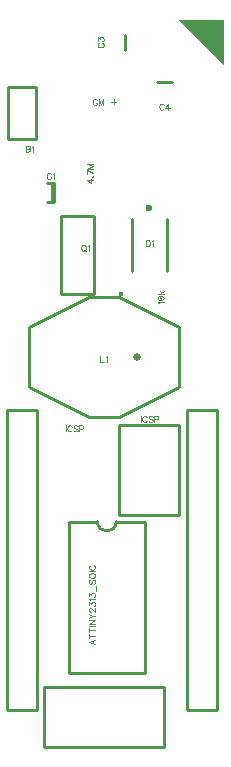
<source format=gbr>
G04 DipTrace 2.4.0.1*
%INTopSilk.gbr*%
%MOIN*%
%ADD10C,0.0098*%
%ADD12C,0.003*%
%ADD15C,0.025*%
%ADD17C,0.0236*%
%ADD20C,0.0154*%
%FSLAX44Y44*%
G04*
G70*
G90*
G75*
G01*
%LNTopSilk*%
%LPD*%
X5807Y22880D2*
D10*
Y22250D1*
X5882Y22880D2*
Y22250D1*
Y22880D2*
X5646D1*
X5882Y22250D2*
X5646D1*
X9636Y21663D2*
Y19931D1*
X8494Y21663D2*
Y19931D1*
D17*
X9065Y22057D3*
D15*
X8665Y17065D3*
X10040D2*
D10*
Y16065D1*
X8040Y15065D1*
X7040D1*
X5040Y16065D1*
Y18065D1*
X7040Y19065D1*
X8040D1*
X10040Y18065D1*
Y17065D1*
D20*
X8117Y19182D3*
X7224Y19171D2*
D10*
Y21770D1*
X6122Y19171D2*
Y21770D1*
X7224D2*
X6122D1*
X7224Y19171D2*
X6122D1*
X5287Y24343D2*
X4343D1*
Y26075D1*
X5287D1*
Y24343D1*
X8233Y27821D2*
Y27309D1*
X9309Y26229D2*
X9821D1*
X9565Y6065D2*
X5565D1*
X9565Y4065D2*
X5565D1*
X9565Y6065D2*
Y4065D1*
X5565Y6065D2*
Y4065D1*
X8065Y13732D2*
Y11815D1*
Y14815D2*
Y11815D1*
X10065Y14815D2*
Y11815D1*
X8065Y14815D2*
X10065D1*
X8065Y11815D2*
X10065D1*
X4315Y5315D2*
X5315D1*
X4315Y15315D2*
Y5315D1*
Y15315D2*
X5315D1*
Y14565D1*
Y5315D1*
X11315Y15315D2*
X10315D1*
X11315Y5315D2*
Y15315D1*
Y5315D2*
X10315D1*
Y6065D1*
Y15315D1*
X6385Y11584D2*
Y6546D1*
X8905Y11584D2*
Y6546D1*
X6385D2*
X8905D1*
X6385Y11584D2*
X7330D1*
X7960D2*
X8905D1*
X7330D2*
G03X7960Y11584I315J1D01*
G01*
G36*
X11565Y28315D2*
Y26815D1*
X10065Y28315D1*
X11565D1*
G37*
X5781Y23164D2*
D12*
X5771Y23183D1*
X5752Y23203D1*
X5733Y23212D1*
X5695D1*
X5675Y23203D1*
X5656Y23183D1*
X5647Y23164D1*
X5637Y23136D1*
Y23088D1*
X5647Y23059D1*
X5656Y23040D1*
X5675Y23021D1*
X5695Y23011D1*
X5733D1*
X5752Y23021D1*
X5771Y23040D1*
X5781Y23059D1*
X5842Y23174D2*
X5862Y23183D1*
X5890Y23212D1*
Y23011D1*
X8943Y20968D2*
Y20767D1*
X9010D1*
X9039Y20777D1*
X9058Y20796D1*
X9068Y20815D1*
X9077Y20844D1*
Y20892D1*
X9068Y20920D1*
X9058Y20939D1*
X9039Y20959D1*
X9010Y20968D1*
X8943D1*
X9139Y20930D2*
X9158Y20939D1*
X9187Y20968D1*
Y20767D1*
X7428Y17108D2*
Y16907D1*
X7543D1*
X7604Y17069D2*
X7623Y17079D1*
X7652Y17108D1*
Y16907D1*
X6849Y20813D2*
X6830Y20803D1*
X6811Y20784D1*
X6802Y20765D1*
X6792Y20736D1*
Y20688D1*
X6802Y20660D1*
X6811Y20641D1*
X6830Y20621D1*
X6849Y20612D1*
X6888D1*
X6907Y20621D1*
X6926Y20641D1*
X6935Y20660D1*
X6945Y20688D1*
Y20736D1*
X6935Y20765D1*
X6926Y20784D1*
X6907Y20803D1*
X6888Y20813D1*
X6849D1*
X6878Y20650D2*
X6935Y20593D1*
X7007Y20774D2*
X7026Y20784D1*
X7055Y20812D1*
Y20612D1*
X7178Y22967D2*
X6977D1*
X7111Y22872D1*
Y23015D1*
X7159Y23086D2*
X7168Y23077D1*
X7178Y23086D1*
X7168Y23096D1*
X7159Y23086D1*
X7178Y23196D2*
X6977Y23292D1*
Y23158D1*
X7178Y23506D2*
X6977D1*
X7178Y23430D1*
X6977Y23354D1*
X7178D1*
X4943Y24118D2*
Y23917D1*
X5029D1*
X5058Y23927D1*
X5068Y23936D1*
X5077Y23955D1*
Y23984D1*
X5068Y24003D1*
X5058Y24013D1*
X5029Y24022D1*
X5058Y24032D1*
X5068Y24041D1*
X5077Y24060D1*
Y24079D1*
X5068Y24099D1*
X5058Y24108D1*
X5029Y24118D1*
X4943D1*
Y24022D2*
X5029D1*
X5139Y24079D2*
X5158Y24089D1*
X5187Y24118D1*
Y23917D1*
X7382Y27539D2*
X7363Y27529D1*
X7344Y27510D1*
X7335Y27491D1*
Y27453D1*
X7344Y27434D1*
X7363Y27415D1*
X7382Y27405D1*
X7411Y27395D1*
X7459D1*
X7488Y27405D1*
X7507Y27415D1*
X7526Y27434D1*
X7536Y27453D1*
Y27491D1*
X7526Y27510D1*
X7507Y27529D1*
X7488Y27539D1*
X7335Y27620D2*
Y27725D1*
X7411Y27668D1*
Y27696D1*
X7421Y27715D1*
X7430Y27725D1*
X7459Y27735D1*
X7478D1*
X7507Y27725D1*
X7526Y27706D1*
X7536Y27677D1*
Y27648D1*
X7526Y27620D1*
X7516Y27610D1*
X7497Y27601D1*
X9534Y25474D2*
X9525Y25493D1*
X9505Y25512D1*
X9486Y25521D1*
X9448D1*
X9429Y25512D1*
X9410Y25493D1*
X9400Y25474D1*
X9391Y25445D1*
Y25397D1*
X9400Y25369D1*
X9410Y25349D1*
X9429Y25330D1*
X9448Y25321D1*
X9486D1*
X9505Y25330D1*
X9525Y25349D1*
X9534Y25369D1*
X9692Y25321D2*
Y25521D1*
X9596Y25388D1*
X9739D1*
X8767Y15108D2*
Y14907D1*
X8972Y15060D2*
X8962Y15079D1*
X8943Y15098D1*
X8924Y15108D1*
X8886D1*
X8867Y15098D1*
X8848Y15079D1*
X8838Y15060D1*
X8828Y15031D1*
Y14983D1*
X8838Y14955D1*
X8848Y14936D1*
X8867Y14917D1*
X8886Y14907D1*
X8924D1*
X8943Y14917D1*
X8962Y14936D1*
X8972Y14955D1*
X9168Y15079D2*
X9149Y15098D1*
X9120Y15108D1*
X9082D1*
X9053Y15098D1*
X9034Y15079D1*
Y15060D1*
X9043Y15041D1*
X9053Y15031D1*
X9072Y15022D1*
X9129Y15003D1*
X9149Y14993D1*
X9158Y14983D1*
X9168Y14964D1*
Y14936D1*
X9149Y14917D1*
X9120Y14907D1*
X9082D1*
X9053Y14917D1*
X9034Y14936D1*
X9229Y15003D2*
X9316D1*
X9344Y15012D1*
X9354Y15022D1*
X9363Y15041D1*
Y15070D1*
X9354Y15089D1*
X9344Y15098D1*
X9316Y15108D1*
X9229D1*
Y14907D1*
X9373Y18860D2*
X9363Y18879D1*
X9335Y18908D1*
X9536D1*
X9335Y19027D2*
X9344Y18998D1*
X9373Y18979D1*
X9421Y18969D1*
X9450D1*
X9497Y18979D1*
X9526Y18998D1*
X9536Y19027D1*
Y19046D1*
X9526Y19075D1*
X9497Y19094D1*
X9450Y19103D1*
X9421D1*
X9373Y19094D1*
X9344Y19075D1*
X9335Y19046D1*
Y19027D1*
X9373Y19094D2*
X9497Y18979D1*
X9335Y19165D2*
X9536D1*
X9402Y19261D2*
X9497Y19165D1*
X9459Y19203D2*
X9536Y19270D1*
X6267Y14795D2*
Y14594D1*
X6472Y14747D2*
X6462Y14766D1*
X6443Y14785D1*
X6424Y14795D1*
X6386D1*
X6367Y14785D1*
X6348Y14766D1*
X6338Y14747D1*
X6328Y14718D1*
Y14670D1*
X6338Y14642D1*
X6348Y14623D1*
X6367Y14604D1*
X6386Y14594D1*
X6424D1*
X6443Y14604D1*
X6462Y14623D1*
X6472Y14642D1*
X6668Y14766D2*
X6649Y14785D1*
X6620Y14795D1*
X6582D1*
X6553Y14785D1*
X6534Y14766D1*
Y14747D1*
X6543Y14728D1*
X6553Y14718D1*
X6572Y14709D1*
X6629Y14690D1*
X6649Y14680D1*
X6658Y14670D1*
X6668Y14651D1*
Y14623D1*
X6649Y14604D1*
X6620Y14594D1*
X6582D1*
X6553Y14604D1*
X6534Y14623D1*
X6729Y14690D2*
X6816D1*
X6844Y14699D1*
X6854Y14709D1*
X6863Y14728D1*
Y14757D1*
X6854Y14776D1*
X6844Y14785D1*
X6816Y14795D1*
X6729D1*
Y14594D1*
X7253Y7651D2*
X7052Y7574D1*
X7253Y7498D1*
X7186Y7526D2*
Y7622D1*
X7052Y7780D2*
X7253D1*
X7052Y7713D2*
Y7847D1*
Y7975D2*
X7253D1*
X7052Y7908D2*
Y8042D1*
Y8104D2*
X7253D1*
X7052Y8300D2*
X7253D1*
X7052Y8166D1*
X7253D1*
X7052Y8362D2*
X7148Y8438D1*
X7253D1*
X7052Y8515D2*
X7148Y8438D1*
X7100Y8586D2*
X7091D1*
X7072Y8596D1*
X7062Y8605D1*
X7053Y8624D1*
Y8662D1*
X7062Y8682D1*
X7072Y8691D1*
X7091Y8701D1*
X7110D1*
X7129Y8691D1*
X7158Y8672D1*
X7253Y8576D1*
Y8710D1*
X7053Y8791D2*
Y8896D1*
X7129Y8839D1*
Y8868D1*
X7139Y8887D1*
X7148Y8896D1*
X7177Y8906D1*
X7196D1*
X7225Y8896D1*
X7244Y8877D1*
X7253Y8848D1*
Y8820D1*
X7244Y8791D1*
X7234Y8782D1*
X7215Y8772D1*
X7091Y8968D2*
X7081Y8987D1*
X7053Y9016D1*
X7253D1*
X7053Y9097D2*
Y9202D1*
X7129Y9144D1*
Y9173D1*
X7139Y9192D1*
X7148Y9202D1*
X7177Y9211D1*
X7196D1*
X7225Y9202D1*
X7244Y9183D1*
X7253Y9154D1*
Y9125D1*
X7244Y9097D1*
X7234Y9087D1*
X7215Y9077D1*
X7287Y9273D2*
Y9455D1*
X7081Y9651D2*
X7062Y9632D1*
X7052Y9603D1*
Y9565D1*
X7062Y9536D1*
X7081Y9517D1*
X7100D1*
X7119Y9526D1*
X7129Y9536D1*
X7138Y9555D1*
X7158Y9612D1*
X7167Y9632D1*
X7177Y9641D1*
X7196Y9651D1*
X7225D1*
X7244Y9632D1*
X7253Y9603D1*
Y9565D1*
X7244Y9536D1*
X7225Y9517D1*
X7052Y9770D2*
X7062Y9751D1*
X7081Y9732D1*
X7100Y9722D1*
X7129Y9712D1*
X7177D1*
X7205Y9722D1*
X7225Y9732D1*
X7244Y9751D1*
X7253Y9770D1*
Y9808D1*
X7244Y9827D1*
X7225Y9846D1*
X7205Y9856D1*
X7177Y9865D1*
X7129D1*
X7100Y9856D1*
X7081Y9846D1*
X7062Y9827D1*
X7052Y9808D1*
Y9770D1*
Y9927D2*
X7253D1*
X7100Y10132D2*
X7081Y10123D1*
X7062Y10104D1*
X7052Y10085D1*
Y10046D1*
X7062Y10027D1*
X7081Y10008D1*
X7100Y9998D1*
X7129Y9989D1*
X7177D1*
X7205Y9998D1*
X7225Y10008D1*
X7244Y10027D1*
X7253Y10046D1*
Y10085D1*
X7244Y10104D1*
X7225Y10123D1*
X7205Y10132D1*
X7315Y25630D2*
X7306Y25649D1*
X7286Y25668D1*
X7267Y25678D1*
X7229D1*
X7210Y25668D1*
X7191Y25649D1*
X7181Y25630D1*
X7172Y25601D1*
Y25553D1*
X7181Y25525D1*
X7191Y25505D1*
X7210Y25486D1*
X7229Y25477D1*
X7267D1*
X7286Y25486D1*
X7306Y25505D1*
X7315Y25525D1*
Y25553D1*
X7267D1*
X7530Y25477D2*
Y25678D1*
X7453Y25477D1*
X7377Y25678D1*
Y25477D1*
X7872Y25663D2*
Y25491D1*
X7786Y25577D2*
X7958D1*
M02*

</source>
